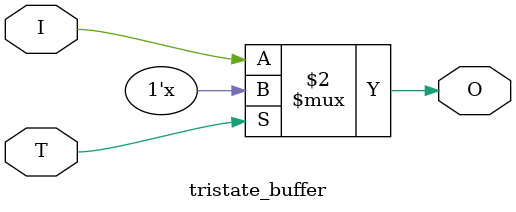
<source format=v>
`timescale 1ns / 1ps

module tristate_buffer(
    input T,
    input I,
    output O
    );
	 
	 assign O = (~T)? I : 1'bz;

endmodule

</source>
